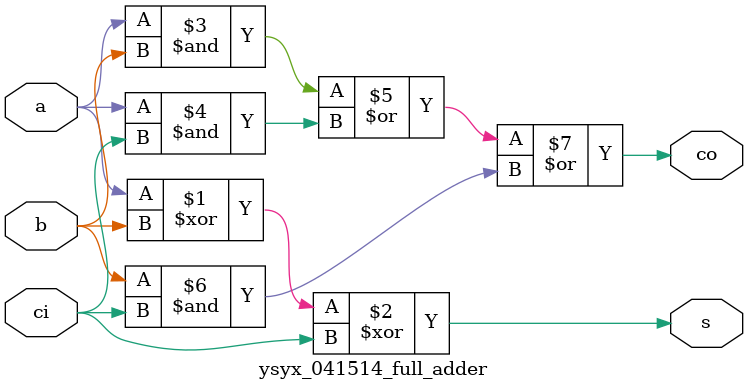
<source format=v>
module ysyx_041514_full_adder (
    input  wire a,
    input  wire b,
    input  wire ci,
    output wire s,
    output wire co
);

  assign s  = a ^ b ^ ci;
  assign co = (a & b) | (a & ci) | (b & ci);
endmodule

</source>
